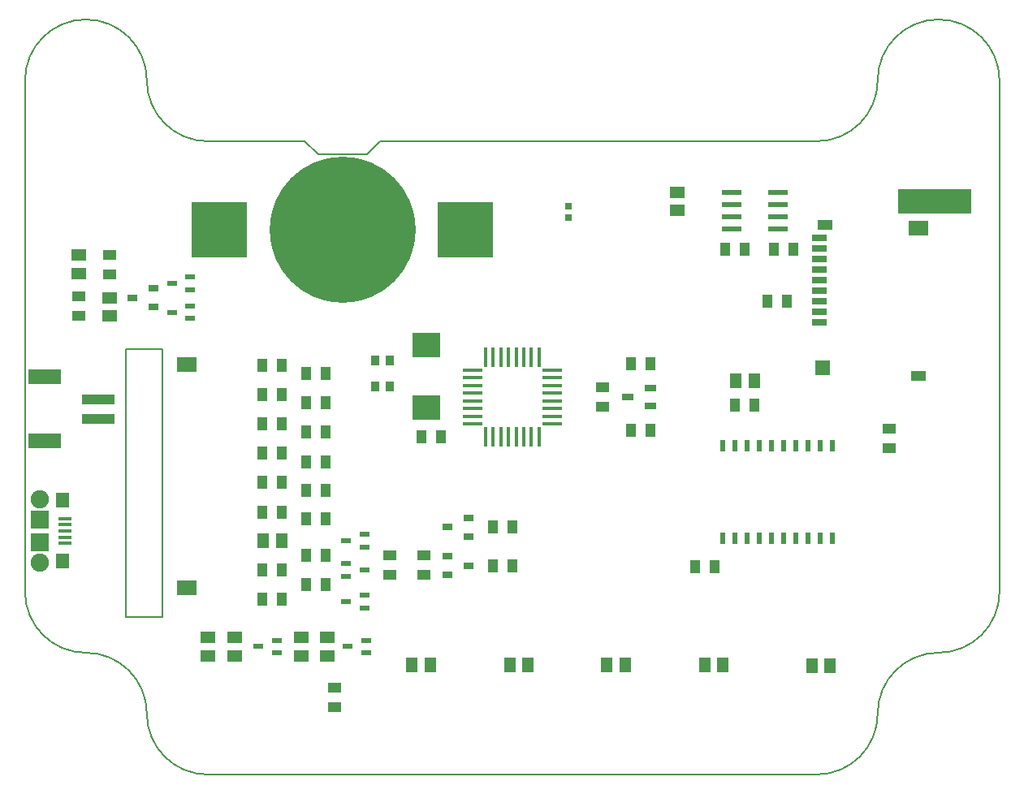
<source format=gbp>
G04 (created by PCBNEW (2013-03-15 BZR 4003)-stable) date 13-Apr-13 4:02:35 PM*
%MOIN*%
G04 Gerber Fmt 3.4, Leading zero omitted, Abs format*
%FSLAX34Y34*%
G01*
G70*
G90*
G04 APERTURE LIST*
%ADD10C,0.006*%
%ADD11C,0.005*%
%ADD12R,0.0394X0.0236*%
%ADD13R,0.0394X0.0315*%
%ADD14R,0.042X0.056*%
%ADD15R,0.056X0.042*%
%ADD16R,0.059X0.0512*%
%ADD17R,0.0512X0.059*%
%ADD18R,0.0472X0.0315*%
%ADD19R,0.0787X0.0177*%
%ADD20R,0.0177X0.0787*%
%ADD21R,0.054X0.016*%
%ADD22R,0.056X0.063*%
%ADD23R,0.075X0.075*%
%ADD24C,0.075*%
%ADD25R,0.03X0.03*%
%ADD26R,0.08X0.024*%
%ADD27R,0.06X0.03*%
%ADD28R,0.06X0.04*%
%ADD29R,0.08X0.06*%
%ADD30R,0.06X0.06*%
%ADD31R,0.0354X0.0394*%
%ADD32R,0.11811X0.0984252*%
%ADD33R,0.0787402X0.0629921*%
%ADD34R,0.0433071X0.00393701*%
%ADD35R,0.3X0.1*%
%ADD36R,0.02X0.05*%
%ADD37R,0.225X0.225*%
%ADD38C,0.6*%
%ADD39R,0.1337X0.059*%
%ADD40R,0.1377X0.0392*%
G04 APERTURE END LIST*
G54D10*
G54D11*
X21475Y-19000D02*
X17500Y-19000D01*
X24575Y-19000D02*
X42500Y-19000D01*
X24025Y-19550D02*
X24575Y-19000D01*
X23025Y-19550D02*
X24025Y-19550D01*
X22025Y-19550D02*
X21475Y-19000D01*
X23025Y-19550D02*
X22025Y-19550D01*
X47500Y-40000D02*
G75*
G03X50000Y-37500I0J2500D01*
G74*
G01*
X42500Y-45000D02*
G75*
G03X45000Y-42500I0J2500D01*
G74*
G01*
X47500Y-40000D02*
G75*
G03X45000Y-42500I0J-2500D01*
G74*
G01*
X15000Y-42500D02*
G75*
G03X17500Y-45000I2500J0D01*
G74*
G01*
X10000Y-37500D02*
G75*
G03X12500Y-40000I2500J0D01*
G74*
G01*
X15000Y-42500D02*
G75*
G03X12500Y-40000I-2500J0D01*
G74*
G01*
X42500Y-19000D02*
G75*
G03X45000Y-16500I0J2500D01*
G74*
G01*
X50000Y-16500D02*
G75*
G03X47500Y-14000I-2500J0D01*
G74*
G01*
X47500Y-14000D02*
G75*
G03X45000Y-16500I0J-2500D01*
G74*
G01*
X15000Y-16500D02*
G75*
G03X17500Y-19000I2500J0D01*
G74*
G01*
X15000Y-16500D02*
G75*
G03X12500Y-14000I-2500J0D01*
G74*
G01*
X12500Y-14000D02*
G75*
G03X10000Y-16500I0J-2500D01*
G74*
G01*
X14150Y-38550D02*
X15650Y-38550D01*
X14150Y-27550D02*
X14150Y-38550D01*
X15650Y-27550D02*
X14150Y-27550D01*
X15650Y-38550D02*
X15650Y-27550D01*
X42500Y-45000D02*
X17500Y-45000D01*
X10000Y-37500D02*
X10000Y-16500D01*
X50000Y-16500D02*
X50000Y-37500D01*
G54D12*
X23924Y-38156D03*
X23924Y-37644D03*
X23176Y-37900D03*
X16774Y-26281D03*
X16774Y-25769D03*
X16026Y-26025D03*
X23924Y-35656D03*
X23924Y-35144D03*
X23176Y-35400D03*
X20324Y-40006D03*
X20324Y-39494D03*
X19576Y-39750D03*
X23176Y-36344D03*
X23176Y-36856D03*
X23924Y-36600D03*
X23999Y-40006D03*
X23999Y-39494D03*
X23251Y-39750D03*
X16774Y-25096D03*
X16774Y-24584D03*
X16026Y-24840D03*
G54D13*
X14392Y-25425D03*
X15258Y-25800D03*
X15258Y-25050D03*
G54D14*
X41275Y-25575D03*
X40475Y-25575D03*
X29200Y-34850D03*
X30000Y-34850D03*
X19750Y-34225D03*
X20550Y-34225D03*
X21550Y-30950D03*
X22350Y-30950D03*
X19750Y-33000D03*
X20550Y-33000D03*
X21550Y-32175D03*
X22350Y-32175D03*
X19750Y-28200D03*
X20550Y-28200D03*
X21550Y-29750D03*
X22350Y-29750D03*
X19750Y-30600D03*
X20550Y-30600D03*
X21550Y-28550D03*
X22350Y-28550D03*
X21550Y-33350D03*
X22350Y-33350D03*
X21550Y-37200D03*
X22350Y-37200D03*
X19750Y-31800D03*
X20550Y-31800D03*
X21550Y-36000D03*
X22350Y-36000D03*
X34875Y-28150D03*
X35675Y-28150D03*
X22350Y-34500D03*
X21550Y-34500D03*
X19750Y-36600D03*
X20550Y-36600D03*
X19750Y-37800D03*
X20550Y-37800D03*
X19750Y-29400D03*
X20550Y-29400D03*
G54D15*
X26375Y-36000D03*
X26375Y-36800D03*
G54D16*
X13475Y-26175D03*
X13475Y-25425D03*
X22400Y-39375D03*
X22400Y-40125D03*
X18600Y-40125D03*
X18600Y-39375D03*
G54D17*
X19775Y-35400D03*
X20525Y-35400D03*
G54D16*
X17500Y-39375D03*
X17500Y-40125D03*
X21350Y-39375D03*
X21350Y-40125D03*
G54D17*
X39925Y-28850D03*
X39175Y-28850D03*
G54D16*
X12200Y-23675D03*
X12200Y-24425D03*
G54D15*
X24975Y-36800D03*
X24975Y-36000D03*
G54D14*
X39150Y-29850D03*
X39950Y-29850D03*
X38300Y-36475D03*
X37500Y-36475D03*
G54D15*
X13475Y-24475D03*
X13475Y-23675D03*
G54D14*
X35675Y-30875D03*
X34875Y-30875D03*
X27075Y-31150D03*
X26275Y-31150D03*
G54D15*
X12200Y-25375D03*
X12200Y-26175D03*
X33700Y-29900D03*
X33700Y-29100D03*
G54D18*
X35675Y-29125D03*
X34725Y-29500D03*
X35675Y-29875D03*
G54D17*
X34625Y-40500D03*
X33875Y-40500D03*
X30650Y-40500D03*
X29900Y-40500D03*
X26625Y-40500D03*
X25875Y-40500D03*
X42300Y-40525D03*
X43050Y-40525D03*
G54D15*
X22700Y-41450D03*
X22700Y-42250D03*
G54D19*
X28366Y-28398D03*
X28366Y-28713D03*
X28366Y-29028D03*
X28366Y-29343D03*
X28366Y-29657D03*
X28366Y-29972D03*
X28366Y-30287D03*
X28366Y-30602D03*
X31634Y-30602D03*
X31634Y-28398D03*
X31634Y-28713D03*
X31634Y-29028D03*
X31634Y-29343D03*
X31634Y-29657D03*
X31634Y-29972D03*
X31634Y-30287D03*
G54D20*
X28898Y-31134D03*
X29213Y-31134D03*
X29528Y-31134D03*
X29843Y-31134D03*
X30157Y-31134D03*
X30472Y-31134D03*
X30787Y-31134D03*
X31102Y-31134D03*
X28898Y-27866D03*
X29213Y-27866D03*
X29528Y-27866D03*
X29843Y-27866D03*
X30157Y-27866D03*
X30472Y-27866D03*
X30787Y-27866D03*
X31102Y-27866D03*
G54D13*
X28208Y-36425D03*
X27342Y-36050D03*
X27342Y-36800D03*
G54D16*
X36775Y-21850D03*
X36775Y-21100D03*
G54D14*
X40750Y-23425D03*
X41550Y-23425D03*
G54D17*
X38650Y-40500D03*
X37900Y-40500D03*
G54D14*
X39525Y-23425D03*
X38725Y-23425D03*
G54D15*
X45475Y-30800D03*
X45475Y-31600D03*
G54D21*
X11650Y-35000D03*
X11650Y-34744D03*
X11650Y-34488D03*
X11650Y-35256D03*
X11650Y-35512D03*
G54D22*
X11550Y-36250D03*
X11550Y-33750D03*
G54D23*
X10600Y-35475D03*
X10600Y-34525D03*
G54D24*
X10600Y-36300D03*
X10600Y-33700D03*
G54D13*
X27342Y-34850D03*
X28208Y-35225D03*
X28208Y-34475D03*
G54D14*
X29200Y-36425D03*
X30000Y-36425D03*
G54D25*
X32300Y-21675D03*
X32300Y-22150D03*
G54D26*
X39000Y-21100D03*
X40900Y-21100D03*
X39000Y-21600D03*
X39000Y-22100D03*
X39000Y-22600D03*
X40900Y-21600D03*
X40900Y-22100D03*
X40900Y-22600D03*
G54D27*
X42600Y-24700D03*
X42600Y-24267D03*
X42600Y-23834D03*
X42600Y-23401D03*
X42600Y-22968D03*
X42600Y-25133D03*
X42600Y-25566D03*
X42600Y-25999D03*
X42600Y-26432D03*
G54D28*
X42836Y-22438D03*
G54D29*
X46684Y-22574D03*
G54D28*
X46684Y-28637D03*
G54D30*
X42754Y-28315D03*
G54D31*
X24379Y-29075D03*
X24971Y-29075D03*
X24379Y-28000D03*
X24971Y-28000D03*
G54D32*
X26475Y-27375D03*
X26475Y-29925D03*
G54D33*
X16643Y-28163D03*
X16643Y-37336D03*
G54D34*
X17925Y-28911D03*
X17925Y-29108D03*
X17925Y-29305D03*
X17925Y-29501D03*
X17925Y-29698D03*
X17925Y-29895D03*
X17925Y-30092D03*
X17925Y-30289D03*
X17925Y-30486D03*
X17925Y-30683D03*
X17925Y-30879D03*
X17925Y-31076D03*
X17925Y-31273D03*
X17925Y-31470D03*
X17925Y-31667D03*
X17925Y-31864D03*
X17925Y-32061D03*
X17925Y-32257D03*
X17925Y-32454D03*
X17925Y-32651D03*
X17925Y-32848D03*
X17925Y-33045D03*
X17925Y-33242D03*
X17925Y-33438D03*
X17925Y-33635D03*
X17925Y-33832D03*
X17925Y-34029D03*
X17925Y-34226D03*
X17925Y-34423D03*
X17925Y-34620D03*
X17925Y-34816D03*
X17925Y-35013D03*
X17925Y-35210D03*
X17925Y-35407D03*
X17925Y-35604D03*
X17925Y-35801D03*
X17925Y-35998D03*
X17925Y-36194D03*
X17925Y-36391D03*
X17925Y-36588D03*
G54D35*
X47350Y-21475D03*
G54D36*
X43150Y-35300D03*
X42650Y-35300D03*
X42150Y-35300D03*
X41650Y-35300D03*
X41150Y-35300D03*
X40650Y-35300D03*
X40150Y-35300D03*
X39650Y-35300D03*
X39150Y-35300D03*
X38650Y-35300D03*
X38650Y-31500D03*
X39150Y-31500D03*
X39650Y-31500D03*
X40150Y-31500D03*
X40650Y-31500D03*
X41150Y-31500D03*
X41650Y-31500D03*
X42150Y-31500D03*
X42650Y-31500D03*
X43150Y-31500D03*
G54D37*
X28075Y-22650D03*
X17975Y-22650D03*
G54D38*
X23025Y-22650D03*
G54D39*
X10819Y-31318D03*
G54D40*
X13004Y-30393D03*
X13004Y-29607D03*
G54D39*
X10819Y-28682D03*
M02*

</source>
